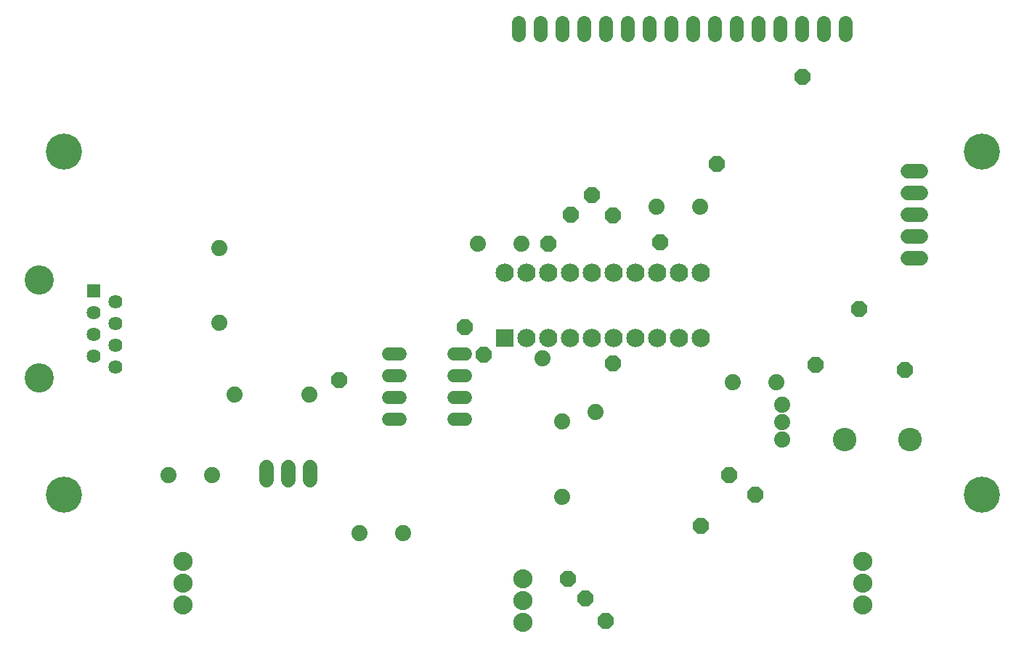
<source format=gts>
G75*
%MOIN*%
%OFA0B0*%
%FSLAX25Y25*%
%IPPOS*%
%LPD*%
%AMOC8*
5,1,8,0,0,1.08239X$1,22.5*
%
%ADD10C,0.16548*%
%ADD11C,0.07400*%
%ADD12C,0.06000*%
%ADD13C,0.06800*%
%ADD14C,0.06737*%
%ADD15C,0.06400*%
%ADD16R,0.06400X0.06400*%
%ADD17C,0.13398*%
%ADD18C,0.08800*%
%ADD19R,0.08400X0.08400*%
%ADD20C,0.08400*%
%ADD21C,0.10800*%
%ADD22C,0.06343*%
%ADD23OC8,0.07400*%
D10*
X0042614Y0106233D03*
X0042614Y0263633D03*
X0463874Y0263633D03*
X0463874Y0106233D03*
D11*
X0372293Y0131533D03*
X0372293Y0139533D03*
X0372293Y0147533D03*
X0369693Y0157633D03*
X0349693Y0157633D03*
X0286785Y0144241D03*
X0271393Y0139583D03*
X0262425Y0168600D03*
X0252593Y0221533D03*
X0232593Y0221533D03*
X0314693Y0238333D03*
X0334693Y0238333D03*
X0155443Y0152233D03*
X0120993Y0152233D03*
X0113893Y0184983D03*
X0113893Y0219433D03*
X0110793Y0115033D03*
X0090793Y0115033D03*
X0178493Y0088533D03*
X0198493Y0088533D03*
X0271393Y0105133D03*
D12*
X0226893Y0140833D02*
X0221693Y0140833D01*
X0221693Y0150833D02*
X0226893Y0150833D01*
X0226893Y0160833D02*
X0221693Y0160833D01*
X0221693Y0170833D02*
X0226893Y0170833D01*
X0196893Y0170833D02*
X0191693Y0170833D01*
X0191693Y0160833D02*
X0196893Y0160833D01*
X0196893Y0150833D02*
X0191693Y0150833D01*
X0191693Y0140833D02*
X0196893Y0140833D01*
D13*
X0155693Y0118633D02*
X0155693Y0112633D01*
X0145693Y0112633D02*
X0145693Y0118633D01*
X0135693Y0118633D02*
X0135693Y0112633D01*
D14*
X0430024Y0214733D02*
X0435961Y0214733D01*
X0435961Y0224733D02*
X0430024Y0224733D01*
X0430024Y0234733D02*
X0435961Y0234733D01*
X0435961Y0244733D02*
X0430024Y0244733D01*
X0430024Y0254733D02*
X0435961Y0254733D01*
D15*
X0066250Y0194815D03*
X0056250Y0189815D03*
X0056250Y0179815D03*
X0066250Y0184815D03*
X0066250Y0174815D03*
X0056250Y0169815D03*
X0066250Y0164815D03*
D16*
X0056250Y0199815D03*
D17*
X0031250Y0204815D03*
X0031250Y0159815D03*
D18*
X0097523Y0055433D03*
X0097523Y0065433D03*
X0097523Y0075433D03*
X0253454Y0067559D03*
X0253454Y0057559D03*
X0253454Y0047559D03*
X0409423Y0055433D03*
X0409423Y0065433D03*
X0409423Y0075433D03*
D19*
X0244893Y0178133D03*
D20*
X0254893Y0178133D03*
X0264893Y0178133D03*
X0274893Y0178133D03*
X0284893Y0178133D03*
X0294893Y0178133D03*
X0304893Y0178133D03*
X0314893Y0178133D03*
X0324893Y0178133D03*
X0334893Y0178133D03*
X0334893Y0208133D03*
X0324893Y0208133D03*
X0314893Y0208133D03*
X0304893Y0208133D03*
X0294893Y0208133D03*
X0284893Y0208133D03*
X0274893Y0208133D03*
X0264893Y0208133D03*
X0254893Y0208133D03*
X0244893Y0208133D03*
D21*
X0400893Y0131433D03*
X0430893Y0131433D03*
D22*
X0401393Y0317561D02*
X0401393Y0323105D01*
X0391393Y0323105D02*
X0391393Y0317561D01*
X0381393Y0317561D02*
X0381393Y0323105D01*
X0371393Y0323105D02*
X0371393Y0317561D01*
X0361393Y0317561D02*
X0361393Y0323105D01*
X0351393Y0323105D02*
X0351393Y0317561D01*
X0341393Y0317561D02*
X0341393Y0323105D01*
X0331393Y0323105D02*
X0331393Y0317561D01*
X0321393Y0317561D02*
X0321393Y0323105D01*
X0311393Y0323105D02*
X0311393Y0317561D01*
X0301393Y0317561D02*
X0301393Y0323105D01*
X0291393Y0323105D02*
X0291393Y0317561D01*
X0281393Y0317561D02*
X0281393Y0323105D01*
X0271393Y0323105D02*
X0271393Y0317561D01*
X0261393Y0317561D02*
X0261393Y0323105D01*
X0251393Y0323105D02*
X0251393Y0317561D01*
D23*
X0342293Y0258133D03*
X0294793Y0234433D03*
X0284993Y0243833D03*
X0275393Y0234633D03*
X0265093Y0221333D03*
X0316193Y0222133D03*
X0294793Y0166533D03*
X0235293Y0170433D03*
X0226793Y0183133D03*
X0169093Y0158833D03*
X0273993Y0067433D03*
X0282093Y0058333D03*
X0291293Y0048233D03*
X0334893Y0091733D03*
X0334993Y0091633D03*
X0360093Y0106133D03*
X0347993Y0115233D03*
X0387593Y0165833D03*
X0407793Y0191533D03*
X0428793Y0163533D03*
X0381593Y0298233D03*
M02*

</source>
